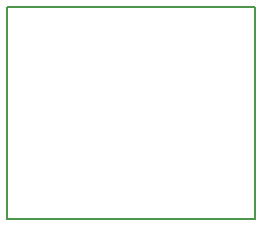
<source format=gko>
G04 Layer_Color=16711935*
%FSLAX25Y25*%
%MOIN*%
G70*
G01*
G75*
%ADD65C,0.00787*%
G54D65*
X0Y70866D02*
X82677D01*
Y0D02*
Y70866D01*
X0Y0D02*
Y70866D01*
Y0D02*
X82677D01*
M02*

</source>
